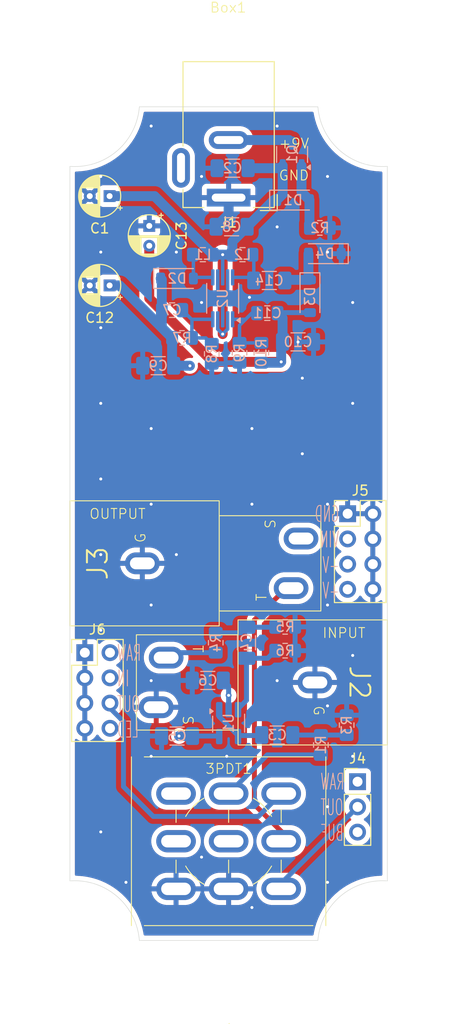
<source format=kicad_pcb>
(kicad_pcb (version 20240108) (generator "pcbnew") (generator_version "8.0")
  (layers (0 "F.Cu" jumper) (1 "In1.Cu" signal) (2 "In2.Cu" signal) (31 "B.Cu" signal) (34 "B.Paste" user) (35 "F.Paste" user) (36 "B.SilkS" user "B.Silkscreen") (37 "F.SilkS" user "F.Silkscreen") (38 "B.Mask" user) (39 "F.Mask" user) (44 "Edge.Cuts" user))
  (net 0 "")
  (net 1 "GND")
  (net 2 "VIN")
  (net 3 "Net-(C3-Pad2)")
  (net 4 "Net-(U1--)")
  (net 5 "+9V")
  (net 6 "+V")
  (net 7 "Net-(D1-A)")
  (net 8 "-V")
  (net 9 "LED")
  (net 10 "FB2")
  (net 11 "NFB1")
  (net 12 "Net-(D3-K)")
  (net 13 "SW1")
  (net 14 "OUT^{RAW_OR_BUF}")
  (net 15 "IN^{RAW}")
  (net 16 "OUT^{RAW}")
  (net 17 "SW2")
  (net 18 "BUFFERED")
  (net 19 "IN^{EFF}")
  (net 20 "OUT^{EFF}")
  (net 21 "IN")
  (net 22 "Net-(C4-Pad1)")
  (footprint "Connector_PinHeader_2.54mm:PinHeader_1x03_P2.54mm_Vertical" (layer "F.Cu") (at 113 126)
    (property "Reference" "J4")
    (property "Value" "Conn_01x03_Pin")
  )
  (footprint "Capacitor_THT:CP_Radial_D4.0mm_P2.00mm" (layer "F.Cu") (at 88 76 180)
    (property "Reference" "C12")
    (property "Value" "47uF")
  )
  (footprint "Connector_PinHeader_2.54mm:PinHeader_2x04_P2.54mm_Vertical" (layer "F.Cu") (at 112 99)
    (property "Reference" "J5")
    (property "Value" "Conn_02x04_Odd_Even")
  )
  (footprint "Mylib:1590A" (layer "F.Cu") (at 100 100)
    (property "Reference" "Box1")
    (property "Value" "1590A")
  )
  (footprint "Capacitor_THT:CP_Radial_D4.0mm_P2.00mm" (layer "F.Cu") (at 88 67 180)
    (property "Reference" "C1")
    (property "Value" "47uF")
  )
  (footprint "Mylib:3PDT-Stomp-Switch" (layer "F.Cu") (at 100 132)
    (property "Reference" "3PDT1")
    (property "Value" "3PDT")
  )
  (footprint "Connector_PinHeader_2.54mm:PinHeader_2x04_P2.54mm_Vertical" (layer "F.Cu") (at 85.5 113)
    (property "Reference" "J6")
    (property "Value" "Conn_02x04_Odd_Even")
  )
  (footprint "Mylib:CK-6.35" (layer "F.Cu") (at 103.2 116 180)
    (property "Reference" "J2")
    (property "Value" "AudioJack2_Ground")
  )
  (footprint "Connector_BarrelJack:BarrelJack_Wuerth_6941xx301002" (layer "F.Cu") (at 100 67.15 180)
    (property "Reference" "J1")
    (property "Value" "Barrel_Jack_Switch")
  )
  (footprint "Mylib:CK-6.35" (layer "F.Cu") (at 96.8 104)
    (property "Reference" "J3")
    (property "Value" "AudioJack2_Ground")
  )
  (footprint "Capacitor_THT:CP_Radial_D4.0mm_P2.00mm" (layer "F.Cu") (at 92 70 -90)
    (property "Reference" "C13")
    (property "Value" "47uF")
  )
  (footprint "Diode_SMD:D_SOD-123" (layer "B.Cu") (at 108.2 77.0875 -90)
    (property "Reference" "D3")
    (property "Value" "D_Schottky")
  )
  (footprint "Resistor_SMD:R_0805_2012Metric_Pad1.20x1.40mm_HandSolder" (layer "B.Cu") (at 109.2 70.2)
    (property "Reference" "R2")
    (property "Value" "100k")
  )
  (footprint "Diode_SMD:D_SOD-123" (layer "B.Cu") (at 94.8 75.3)
    (property "Reference" "D2")
    (property "Value" "D_Schottky")
  )
  (footprint "Diode_SMD:D_SOD-123" (layer "B.Cu") (at 106.5 67.4)
    (property "Reference" "D1")
    (property "Value" "12V")
  )
  (footprint "Capacitor_SMD:C_1206_3216Metric_Pad1.33x1.80mm_HandSolder" (layer "B.Cu") (at 104.9 121.3)
    (property "Reference" "C3")
    (property "Value" "1uF")
  )
  (footprint "Capacitor_SMD:C_1206_3216Metric_Pad1.33x1.80mm_HandSolder" (layer "B.Cu") (at 101.8 112 -90)
    (property "Reference" "C4")
    (property "Value" "0.1uF" (hide yes))
  )
  (footprint "Resistor_SMD:R_0805_2012Metric_Pad1.20x1.40mm_HandSolder" (layer "B.Cu") (at 101.1 82.7875 90)
    (property "Reference" "R9")
    (property "Value" "75k")
  )
  (footprint "Resistor_SMD:R_0805_2012Metric_Pad1.20x1.40mm_HandSolder" (layer "B.Cu") (at 98.3 82.8875 -90)
    (property "Reference" "R8")
    (property "Value" "68k")
  )
  (footprint "Resistor_SMD:R_0805_2012Metric_Pad1.20x1.40mm_HandSolder" (layer "B.Cu") (at 103.3 82.7875 -90)
    (property "Reference" "R10")
    (property "Value" "750k")
  )
  (footprint "Package_TO_SOT_SMD:SOT-23-5_HandSoldering" (layer "B.Cu") (at 100 120.1 -90)
    (property "Reference" "U1")
    (property "Value" "OPA1655")
  )
  (footprint "Capacitor_SMD:C_1206_3216Metric_Pad1.33x1.80mm_HandSolder" (layer "B.Cu") (at 92.9 84.0875 180)
    (property "Reference" "C9")
    (property "Value" "10uF")
  )
  (footprint "Capacitor_SMD:C_1206_3216Metric_Pad1.33x1.80mm_HandSolder" (layer "B.Cu") (at 100.3 70.0875 180)
    (property "Reference" "C8")
    (property "Value" "10uF")
  )
  (footprint "Resistor_SMD:R_0805_2012Metric_Pad1.20x1.40mm_HandSolder" (layer "B.Cu") (at 111.9 120.3 90)
    (property "Reference" "R3")
    (property "Value" "470k")
  )
  (footprint "Resistor_SMD:R_0805_2012Metric_Pad1.20x1.40mm_HandSolder" (layer "B.Cu") (at 98.7 112 90)
    (property "Reference" "R4")
    (property "Value" "10k" (hide yes))
  )
  (footprint "Capacitor_SMD:C_1206_3216Metric_Pad1.33x1.80mm_HandSolder" (layer "B.Cu") (at 100.4 64.1875 180)
    (property "Reference" "C2")
    (property "Value" "47uF")
  )
  (footprint "Resistor_SMD:R_0805_2012Metric_Pad1.20x1.40mm_HandSolder" (layer "B.Cu") (at 105.7 112.8)
    (property "Reference" "R6")
    (property "Value" "470k" (hide yes))
  )
  (footprint "Capacitor_SMD:C_1206_3216Metric_Pad1.33x1.80mm_HandSolder" (layer "B.Cu") (at 97.9 115.8 180)
    (property "Reference" "C6")
    (property "Value" "0.1uF" (hide yes))
  )
  (footprint "Capacitor_SMD:C_1206_3216Metric_Pad1.33x1.80mm_HandSolder" (layer "B.Cu") (at 107 81.6875 180)
    (property "Reference" "C10")
    (property "Value" "10uF")
  )
  (footprint "Capacitor_SMD:C_1206_3216Metric_Pad1.33x1.80mm_HandSolder" (layer "B.Cu") (at 104.1 75.5 180)
    (property "Reference" "C14")
    (property "Value" "0.1uF")
  )
  (footprint "Resistor_SMD:R_0805_2012Metric_Pad1.20x1.40mm_HandSolder" (layer "B.Cu") (at 109.3 122.3 -90)
    (property "Reference" "R1")
    (property "Value" "10k")
  )
  (footprint "Resistor_SMD:R_0805_2012Metric_Pad1.20x1.40mm_HandSolder" (layer "B.Cu") (at 95.3 81.2875)
    (property "Reference" "R7")
    (property "Value" "750k")
  )
  (footprint "Inductor_SMD:L_0805_2012Metric_Pad1.15x1.40mm_HandSolder" (layer "B.Cu") (at 97.4 72.9)
    (property "Reference" "L1")
    (property "Value" "10uH")
  )
  (footprint "Resistor_SMD:R_0805_2012Metric_Pad1.20x1.40mm_HandSolder" (layer "B.Cu") (at 105.7 110.4)
    (property "Reference" "R5")
    (property "Value" "1M0" (hide yes))
  )
  (footprint "Package_SO:MSOP-10_3x3mm_P0.5mm" (layer "B.Cu") (at 99.4 77.3 90)
    (property "Reference" "U2")
    (property "Value" "LT1945")
  )
  (footprint "Package_TO_SOT_SMD:SOT-23-3" (layer "B.Cu") (at 106.4 62.8 90)
    (property "Reference" "Q1")
    (property "Value" "40V")
  )
  (footprint "Diode_SMD:D_SOD-123" (layer "B.Cu") (at 109.7 72.8 180)
    (property "Reference" "D4")
    (property "Value" "D_Schottky")
  )
  (footprint "Inductor_SMD:L_0805_2012Metric_Pad1.15x1.40mm_HandSolder" (layer "B.Cu") (at 101.4 72.9 180)
    (property "Reference" "L2")
    (property "Value" "10uH")
  )
  (footprint "Capacitor_SMD:C_1206_3216Metric_Pad1.33x1.80mm_HandSolder" (layer "B.Cu") (at 94.8 121.4 180)
    (property "Reference" "C5")
    (property "Value" "0.1uF" (hide yes))
  )
  (footprint "Capacitor_SMD:C_0805_2012Metric_Pad1.18x1.45mm_HandSolder" (layer "B.Cu") (at 94.3 78.4875 180)
    (property "Reference" "C7")
    (property "Value" "100pF")
  )
  (footprint "Capacitor_SMD:C_0805_2012Metric_Pad1.18x1.45mm_HandSolder" (layer "B.Cu") (at 103.9 78.7875 180)
    (property "Reference" "C11")
    (property "Value" "4.7pF")
  )
  (gr_arc (start 109 142) (mid 111.257359 137.550253) (end 116 136) (stroke (width 0.05)) (layer "Edge.Cuts"))
  (gr_arc (start 91 58) (mid 88.742641 62.449747) (end 84 64) (stroke (width 0.05)) (layer "Edge.Cuts"))
  (gr_arc (start 116 64) (mid 111.261569 62.444812) (end 109 58) (stroke (width 0.05)) (layer "Edge.Cuts"))
  (gr_line (start 91 142) (end 109 142) (stroke (width 0.05)) (layer "Edge.Cuts"))
  (gr_line (start 116 64) (end 116 136) (stroke (width 0.05)) (layer "Edge.Cuts"))
  (gr_line (start 91 58) (end 109 58) (stroke (width 0.05)) (layer "Edge.Cuts"))
  (gr_line (start 84 136) (end 84 64) (stroke (width 0.05)) (layer "Edge.Cuts"))
  (gr_arc (start 84 136) (mid 88.742641 137.550253) (end 91 142) (stroke (width 0.05)) (layer "Edge.Cuts"))
  (gr_text "GND\nVIN\n-V\n+V" (at 111.2 107.7 0) (layer "B.SilkS") (effects (font (size 1.6 0.8) (thickness 0.1)) (justify left bottom mirror)))
  (gr_text "RAW\nOUT\nBUF" (at 109.2 132.1 0) (layer "B.SilkS") (effects (font (size 1.6 0.8) (thickness 0.1)) (justify right bottom mirror)))
  (gr_text "RAW\nIN\nOUT\nLED" (at 88.7 121.7 0) (layer "B.SilkS") (effects (font (size 1.6 0.8) (thickness 0.1)) (justify right bottom mirror)))
  (gr_text "INPUT" (at 109.4 111.6 0) (layer "F.SilkS") (effects (font (size 1 1) (thickness 0.1)) (justify left bottom)))
  (gr_text "+9V\n\nGND" (at 105 65.5 0) (layer "F.SilkS") (effects (font (size 1 1) (thickness 0.1)) (justify left bottom)))
  (gr_text "OUTPUT" (at 85.9 99.6 0) (layer "F.SilkS") (effects (font (size 1 1) (thickness 0.1)) (justify left bottom)))
  (via (at 112.51 87.8795) (size 0.6) (drill 0.3) (layers "F.Cu" "B.Cu") (net 1))
  (via (at 97.27 65.0195) (size 0.6) (drill 0.3) (layers "F.Cu" "B.Cu") (net 1))
  (via (at 102.1 77.2) (size 0.6) (drill 0.3) (layers "F.Cu" "B.Cu") (net 1))
  (via (at 112.51 77.7195) (size 0.6) (drill 0.3) (layers "F.Cu" "B.Cu") (net 1))
  (via (at 87.11 65.0195) (size 0.6) (drill 0.3) (layers "F.Cu" "B.Cu") (net 1))
  (via (at 102.35 98.0395) (size 0.6) (drill 0.3) (layers "F.Cu" "B.Cu") (net 1))
  (via (at 94.73 103.1195) (size 0.6) (drill 0.3) (layers "F.Cu" "B.Cu") (net 1))
  (via (at 87.11 80.2595) (size 0.6) (drill 0.3) (layers "F.Cu" "B.Cu") (net 1))
  (via (at 109.97 136.1395) (size 0.6) (drill 0.3) (layers "F.Cu" "B.Cu") (net 1))
  (via (at 97.27 133.5995) (size 0.6) (drill 0.3) (layers "F.Cu" "B.Cu") (net 1))
  (via (at 87.11 95.4995) (size 0.6) (drill 0.3) (layers "F.Cu" "B.Cu") (net 1))
  (via (at 87.11 72.6395) (size 0.6) (drill 0.3) (layers "F.Cu" "B.Cu") (net 1))
  (via (at 87.11 87.8795) (size 0.6) (drill 0.3) (layers "F.Cu" "B.Cu") (net 1))
  (via (at 99.81 123.4395) (size 0.6) (drill 0.3) (layers "F.Cu" "B.Cu") (net 1))
  (via (at 104.89 115.8195) (size 0.6) (drill 0.3) (layers "F.Cu" "B.Cu") (net 1))
  (via (at 109.97 98.0395) (size 0.6) (drill 0.3) (layers "F.Cu" "B.Cu") (net 1))
  (via (at 109.97 65.0195) (size 0.6) (drill 0.3) (layers "F.Cu" "B.Cu") (net 1))
  (via (at 102.35 90.4195) (size 0.6) (drill 0.3) (layers "F.Cu" "B.Cu") (net 1))
  (via (at 92.19 123.4395) (size 0.6) (drill 0.3) (layers "F.Cu" "B.Cu") (net 1))
  (via (at 109.97 72.6395) (size 0.6) (drill 0.3) (layers "F.Cu" "B.Cu") (net 1))
  (via (at 107.43 85.3395) (size 0.6) (drill 0.3) (layers "F.Cu" "B.Cu") (net 1))
  (via (at 112.51 123.4395) (size 0.6) (drill 0.3) (layers "F.Cu" "B.Cu") (net 1))
  (via (at 97.27 77.7195) (size 0.6) (drill 0.3) (layers "F.Cu" "B.Cu") (net 1))
  (via (at 92.19 98.0395) (size 0.6) (drill 0.3) (layers "F.Cu" "B.Cu") (net 1))
  (via (at 94.73 72.6395) (size 0.6) (drill 0.3) (layers "F.Cu" "B.Cu") (net 1))
  (via (at 92.19 90.4195) (size 0.6) (drill 0.3) (layers "F.Cu" "B.Cu") (net 1))
  (via (at 87.11 131.0595) (size 0.6) (drill 0.3) (layers "F.Cu" "B.Cu") (net 1))
  (via (at 109.97 128.5195) (size 0.6) (drill 0.3) (layers "F.Cu" "B.Cu") (net 1))
  (via (at 87.11 110.7395) (size 0.6) (drill 0.3) (layers "F.Cu" "B.Cu") (net 1))
  (via (at 107.43 92.9595) (size 0.6) (drill 0.3) (layers "F.Cu" "B.Cu") (net 1))
  (via (at 104.89 70.0995) (size 0.6) (drill 0.3) (layers "F.Cu" "B.Cu") (net 1))
  (via (at 92.19 108.1995) (size 0.6) (drill 0.3) (layers "F.Cu" "B.Cu") (net 1))
  (via (at 92.19 59.9395) (size 0.6) (drill 0.3) (layers "F.Cu" "B.Cu") (net 1))
  (via (at 89.65 136.1395) (size 0.6) (drill 0.3) (layers "F.Cu" "B.Cu") (net 1))
  (via (at 107 81.7) (size 0.6) (drill 0.3) (layers "F.Cu" "B.Cu") (net 1))
  (via (at 102.35 138.6795) (size 0.6) (drill 0.3) (layers "F.Cu" "B.Cu") (net 1))
  (via (at 109.97 108.1995) (size 0.6) (drill 0.3) (layers "F.Cu" "B.Cu") (net 1))
  (via (at 87.11 103.1195) (size 0.6) (drill 0.3) (layers "F.Cu" "B.Cu") (net 1))
  (via (at 112.51 113.2795) (size 0.6) (drill 0.3) (layers "F.Cu" "B.Cu") (net 1))
  (via (at 109.97 118.3595) (size 0.6) (drill 0.3) (layers "F.Cu" "B.Cu") (net 1))
  (via (at 92.19 115.8195) (size 0.6) (drill 0.3) (layers "F.Cu" "B.Cu") (net 1))
  (via (at 104.89 59.9395) (size 0.6) (drill 0.3) (layers "F.Cu" "B.Cu") (net 1))
  (segment (start 100 67.15) (end 100 68.825) (width 1) (layer "B.Cu") (net 1))
  (segment (start 100 68.825) (end 98.7375 70.0875) (width 1) (layer "B.Cu") (net 1))
  (segment (start 98.9 75.1875) (end 98.9 76.8) (width 0.35) (layer "B.Cu") (net 1))
  (segment (start 98.9 76.8) (end 99.4 77.3) (width 0.35) (layer "B.Cu") (net 1))
  (segment (start 99.9 76.8) (end 99.4 77.3) (width 0.35) (layer "B.Cu") (net 1))
  (segment (start 99.9 75.1875) (end 99.9 76.8) (width 0.35) (layer "B.Cu") (net 1))
  (segment (start 99.4 77.3) (end 99.4 79.4125) (width 0.35) (layer "B.Cu") (net 1))
  (segment (start 99.4 72.9) (end 99.4 80.9) (width 1) (layer "F.Cu") (net 2))
  (via (at 99.4 72.9) (size 0.6) (drill 0.3) (layers "F.Cu" "B.Cu") (net 2))
  (via (at 99.4 80.9) (size 0.6) (drill 0.3) (layers "F.Cu" "B.Cu") (net 2))
  (segment (start 99.9 79.4125) (end 99.9 80.4) (width 0.35) (layer "B.Cu") (net 2))
  (segment (start 105.2 64.1875) (end 105.45 63.9375) (width 1) (layer "B.Cu") (net 2))
  (segment (start 98.9 79.4125) (end 98.9 80.4) (width 0.35) (layer "B.Cu") (net 2))
  (segment (start 92.52972 67) (end 98.42972 72.9) (width 1) (layer "B.Cu") (net 2))
  (segment (start 98.42972 72.9) (end 99.4 72.9) (width 1) (layer "B.Cu") (net 2))
  (segment (start 98.9 80.4) (end 99.4 80.9) (width 0.35) (layer "B.Cu") (net 2))
  (segment (start 99.4 75.1875) (end 99.4 72.9) (width 0.35) (layer "B.Cu") (net 2))
  (segment (start 88 67) (end 92.52972 67) (width 1) (layer "B.Cu") (net 2))
  (segment (start 105.45 66.8) (end 104.85 67.4) (width 1) (layer "B.Cu") (net 2))
  (segment (start 101.9625 64.1875) (end 105.2 64.1875) (width 1) (layer "B.Cu") (net 2))
  (segment (start 99.4 72.9) (end 100.375 72.9) (width 1) (layer "B.Cu") (net 2))
  (segment (start 99.9 80.4) (end 99.4 80.9) (width 0.35) (layer "B.Cu") (net 2))
  (segment (start 105.45 63.9375) (end 105.45 66.8) (width 1) (layer "B.Cu") (net 2))
  (segment (start 104.85 67.4) (end 104.55 67.4) (width 1) (layer "B.Cu") (net 2))
  (segment (start 104.55 67.4) (end 101.8625 70.0875) (width 1) (layer "B.Cu") (net 2))
  (segment (start 100.375 72.9) (end 100.375 71.575) (width 1) (layer "B.Cu") (net 2))
  (segment (start 100.375 71.575) (end 101.8625 70.0875) (width 1) (layer "B.Cu") (net 2))
  (segment (start 98.425 72.9) (end 99.4 72.9) (width 1) (layer "B.Cu") (net 2))
  (segment (start 106.4625 121.3) (end 111.9 121.3) (width 0.5) (layer "B.Cu") (net 3))
  (segment (start 99.05 119.45) (end 100.95 121.35) (width 0.5) (layer "B.Cu") (net 4))
  (segment (start 100.95 121.35) (end 103.2875 121.35) (width 0.5) (layer "B.Cu") (net 4))
  (segment (start 99.05 118.65) (end 99.05 119.45) (width 0.5) (layer "B.Cu") (net 4))
  (segment (start 100 61.35) (end 106.0875 61.35) (width 1) (layer "B.Cu") (net 5))
  (segment (start 106.0875 61.35) (end 106.4 61.6625) (width 1) (layer "B.Cu") (net 5))
  (via (at 96.1 84.1) (size 0.6) (drill 0.3) (layers "F.Cu" "B.Cu") (net 6))
  (via (at 95 121.4) (size 0.6) (drill 0.3) (layers "F.Cu" "B.Cu") (net 6))
  (segment (start 94.3 81.2875) (end 94.3 83.925) (width 1) (layer "B.Cu") (net 6))
  (segment (start 95 121.4) (end 96.3625 121.4) (width 1) (layer "B.Cu") (net 6))
  (segment (start 96.3625 121.4) (end 99 121.4) (width 0.5) (layer "B.Cu") (net 6))
  (segment (start 94.4625 84.0875) (end 96.0875 84.0875) (width 1) (layer "B.Cu") (net 6))
  (segment (start 93.2625 75.4125) (end 93.15 75.3) (width 1) (layer "B.Cu") (net 6))
  (segment (start 93.2625 80.25) (end 93.2625 78.4875) (width 1) (layer "B.Cu") (net 6))
  (segment (start 94.3 81.2875) (end 93.2625 80.25) (width 1) (layer "B.Cu") (net 6))
  (segment (start 88 76) (end 89.0125 76) (width 1) (layer "B.Cu") (net 6))
  (segment (start 89.0125 76) (end 94.3 81.2875) (width 1) (layer "B.Cu") (net 6))
  (segment (start 93.2625 78.4875) (end 93.2625 75.4125) (width 1) (layer "B.Cu") (net 6))
  (segment (start 96.0875 84.0875) (end 96.1 84.1) (width 1) (layer "B.Cu") (net 6))
  (segment (start 107.35 66.6) (end 108.15 67.4) (width 1) (layer "B.Cu") (net 7))
  (segment (start 108.15 67.4) (end 108.15 70.15) (width 1) (layer "B.Cu") (net 7))
  (segment (start 107.35 63.9375) (end 107.35 66.6) (width 1) (layer "B.Cu") (net 7))
  (segment (start 98.4 83.7) (end 105.3 83.7) (width 1) (layer "F.Cu") (net 8))
  (segment (start 92 77.3) (end 98.4 83.7) (width 1) (layer "F.Cu") (net 8))
  (segment (start 92 72.427401) (end 92 77.3) (width 1) (layer "F.Cu") (net 8))
  (via (at 100 117.3) (size 0.6) (drill 0.3) (layers "F.Cu" "B.Cu") (net 8))
  (via (at 105.3 83.7) (size 0.6) (drill 0.3) (layers "F.Cu" "B.Cu") (net 8))
  (segment (start 100 117.3) (end 100 118.65) (width 0.5) (layer "B.Cu") (net 8))
  (segment (start 105.4375 81.6875) (end 105.4375 79.2875) (width 1) (layer "B.Cu") (net 8))
  (segment (start 105.3 83.7) (end 105.3 81.825) (width 1) (layer "B.Cu") (net 8))
  (segment (start 100 116.3375) (end 99.4625 115.8) (width 0.3) (layer "B.Cu") (net 8))
  (segment (start 103.3 83.7875) (end 105.2125 83.7875) (width 1) (layer "B.Cu") (net 8))
  (segment (start 105.4375 79.2875) (end 104.9375 78.7875) (width 1) (layer "B.Cu") (net 8))
  (segment (start 100 117.3) (end 100 116.3375) (width 0.5) (layer "B.Cu") (net 8))
  (segment (start 108.2 78.7375) (end 104.9875 78.7375) (width 0.5) (layer "B.Cu") (net 8))
  (segment (start 105.2125 83.7875) (end 105.3 83.7) (width 1) (layer "B.Cu") (net 8))
  (segment (start 97.7 81.2875) (end 98.3 81.8875) (width 0.35) (layer "B.Cu") (net 10))
  (segment (start 96.3 81.2875) (end 97.7 81.2875) (width 0.35) (layer "B.Cu") (net 10))
  (segment (start 96.3 79.45) (end 96.2625 79.4125) (width 0.35) (layer "B.Cu") (net 10))
  (segment (start 96.2625 79.4125) (end 95.3375 78.4875) (width 0.35) (layer "B.Cu") (net 10))
  (segment (start 98.4 79.4125) (end 96.2625 79.4125) (width 0.35) (layer "B.Cu") (net 10))
  (segment (start 96.3 81.2875) (end 96.3 79.45) (width 0.35) (layer "B.Cu") (net 10))
  (segment (start 101.1 81.7875) (end 101.1 80.025) (width 0.35) (layer "B.Cu") (net 11))
  (segment (start 102.3375 78.7875) (end 102.8625 78.7875) (width 0.35) (layer "B.Cu") (net 11))
  (segment (start 100.4 79.4125) (end 101.7125 79.4125) (width 0.35) (layer "B.Cu") (net 11))
  (segment (start 101.1 80.025) (end 102.3375 78.7875) (width 0.35) (layer "B.Cu") (net 11))
  (segment (start 101.1 81.7875) (end 103.3 81.7875) (width 0.35) (layer "B.Cu") (net 11))
  (segment (start 108.2 75.4375) (end 105.725 75.4375) (width 1) (layer "B.Cu") (net 12))
  (segment (start 108.05 72.8) (end 108.05 75.2875) (width 1) (layer "B.Cu") (net 12))
  (segment (start 108.05 75.2875) (end 108.2 75.4375) (width 1) (layer "B.Cu") (net 12))
  (segment (start 105.6625 75.5) (end 108.1375 75.5) (width 0.35) (layer "B.Cu") (net 12))
  (segment (start 102.5375 75.5) (end 102.5375 73.0125) (width 0.35) (layer "B.Cu") (net 13))
  (segment (start 100.4 75.1875) (end 102.225 75.1875) (width 0.35) (layer "B.Cu") (net 13))
  (segment (start 113 128.54) (end 105.3 136.24) (width 0.5) (layer "B.Cu") (net 14))
  (segment (start 98.7 113) (end 94.2 113) (width 0.5) (layer "B.Cu") (net 15))
  (segment (start 105.3 132) (end 105.3 131) (width 0.5) (layer "F.Cu") (net 16))
  (segment (start 102.6 109.7) (end 105.8 106.5) (width 0.5) (layer "F.Cu") (net 16))
  (segment (start 105.3 131) (end 102.6 128.3) (width 0.5) (layer "F.Cu") (net 16))
  (segment (start 102.6 128.3) (end 102.6 109.7) (width 0.5) (layer "F.Cu") (net 16))
  (segment (start 96.45 75.3) (end 96.45 72.975) (width 0.35) (layer "B.Cu") (net 17))
  (segment (start 98.4 75.1875) (end 96.5625 75.1875) (width 0.35) (layer "B.Cu") (net 17))
  (segment (start 100 127.2) (end 103.9 123.3) (width 0.5) (layer "B.Cu") (net 18))
  (segment (start 103.9 123.3) (end 109.3 123.3) (width 0.5) (layer "B.Cu") (net 18))
  (segment (start 87.54 118.08) (end 89.4 119.94) (width 0.5) (layer "B.Cu") (net 20))
  (segment (start 92.4 129.5) (end 103 129.5) (width 0.5) (layer "B.Cu") (net 20))
  (segment (start 89.4 119.94) (end 89.4 126.5) (width 0.5) (layer "B.Cu") (net 20))
  (segment (start 103 129.5) (end 105.3 127.2) (width 0.5) (layer "B.Cu") (net 20))
  (segment (start 89.4 126.5) (end 92.4 129.5) (width 0.5) (layer "B.Cu") (net 20))
  (segment (start 103.9375 113.5625) (end 104.7 112.8) (width 0.5) (layer "B.Cu") (net 21))
  (segment (start 101.8 117.8) (end 100.95 118.65) (width 0.5) (layer "B.Cu") (net 21))
  (segment (start 101.8 113.5625) (end 103.9375 113.5625) (width 0.5) (layer "B.Cu") (net 21))
  (segment (start 101.8 113.5625) (end 101.8 117.8) (width 0.5) (layer "B.Cu") (net 21))
  (segment (start 101.2375 111) (end 101.8 110.4375) (width 0.3) (layer "B.Cu") (net 22))
  (segment (start 101.8 110.4375) (end 104.6625 110.4375) (width 0.5) (layer "B.Cu") (net 22))
  (segment (start 98.7 111) (end 101.2375 111) (width 0.5) (layer "B.Cu") (net 22))
  (zone (net 1) (net_name "GND") (layers "F.Cu" "In1.Cu" "In2.Cu" "B.Cu") (connect_pads (clearance 0.5)) (min_thickness 0.25) (fill yes (thermal_gap 0.5) (thermal_bridge_width 0.5) (smoothing fillet) (radius 1))
    (polygon (pts (xy 80.7 50) (xy 119.3 50) (xy 119.3 150) (xy 80.7 150)))
  )
)
</source>
